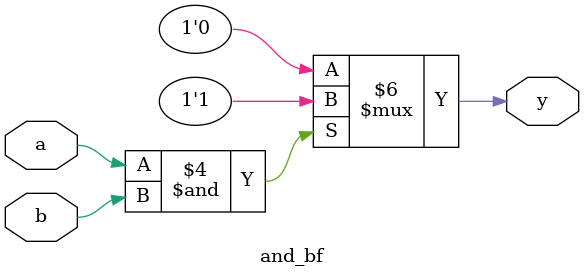
<source format=v>
`timescale 1ns / 1ps

module and_bf(y,a,b); 
output y; 
input a,b; 
reg y; 
always@(a,b) 
begin 
if(a==1'b1 & b==1'b1) 
y=1; 
else 
y=0; 
end 
endmodule 


</source>
